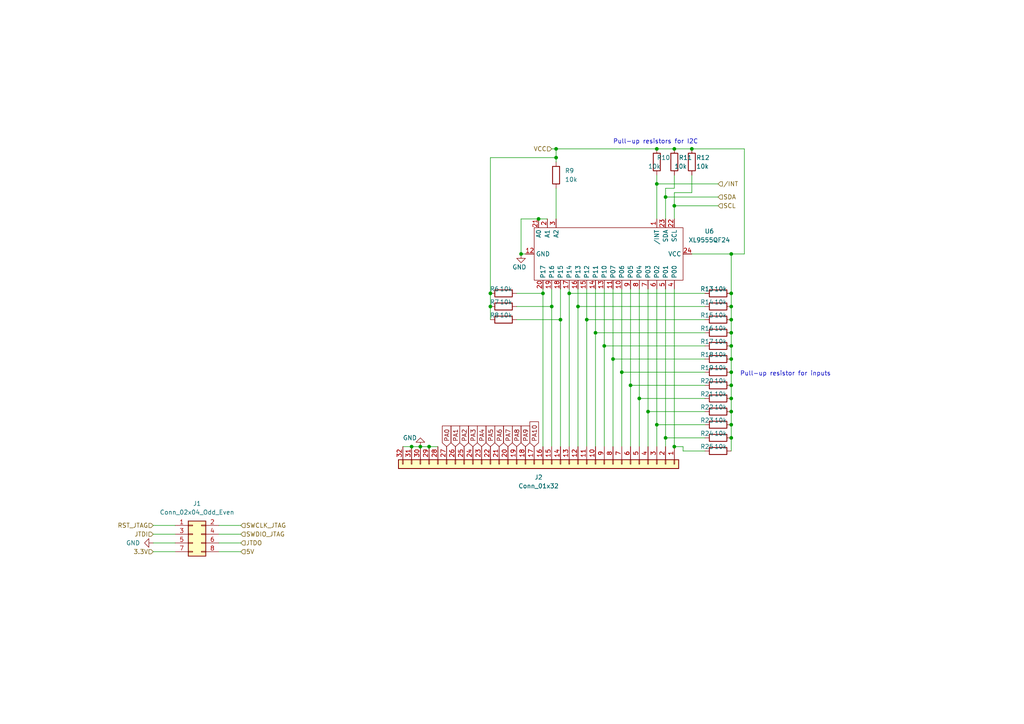
<source format=kicad_sch>
(kicad_sch (version 20211123) (generator eeschema)
  (paper "A4")
  (title_block (title "BluetoothKeyboard") (rev "1.0") (comment 1 "By Pierre-Louis Lagunegrand"))
  (lib_symbols
    (symbol "Connector_Generic:Conn_01x32" (pin_names (offset 1.016) hide)
      (property "Reference" "J" (at 0 40.64 0))
      (property "Value" "Conn_01x32" (at 0 -43.18 0))
      (symbol "Conn_01x32_1_1"
        (rectangle (start -1.27 -40.513) (end 0 -40.767) (stroke (width 0.1524)))
        (rectangle (start -1.27 -37.973) (end 0 -38.227) (stroke (width 0.1524)))
        (rectangle (start -1.27 -35.433) (end 0 -35.687) (stroke (width 0.1524)))
        (rectangle (start -1.27 -32.893) (end 0 -33.147) (stroke (width 0.1524)))
        (rectangle (start -1.27 -30.353) (end 0 -30.607) (stroke (width 0.1524)))
        (rectangle (start -1.27 -27.813) (end 0 -28.067) (stroke (width 0.1524)))
        (rectangle (start -1.27 -25.273) (end 0 -25.527) (stroke (width 0.1524)))
        (rectangle (start -1.27 -22.733) (end 0 -22.987) (stroke (width 0.1524)))
        (rectangle (start -1.27 -20.193) (end 0 -20.447) (stroke (width 0.1524)))
        (rectangle (start -1.27 -17.653) (end 0 -17.907) (stroke (width 0.1524)))
        (rectangle (start -1.27 -15.113) (end 0 -15.367) (stroke (width 0.1524)))
        (rectangle (start -1.27 -12.573) (end 0 -12.827) (stroke (width 0.1524)))
        (rectangle (start -1.27 -10.033) (end 0 -10.287) (stroke (width 0.1524)))
        (rectangle (start -1.27 -7.493) (end 0 -7.747) (stroke (width 0.1524)))
        (rectangle (start -1.27 -4.953) (end 0 -5.207) (stroke (width 0.1524)))
        (rectangle (start -1.27 -2.413) (end 0 -2.667) (stroke (width 0.1524)))
        (rectangle (start -1.27 0.127) (end 0 -0.127) (stroke (width 0.1524)))
        (rectangle (start -1.27 2.667) (end 0 2.413) (stroke (width 0.1524)))
        (rectangle (start -1.27 5.207) (end 0 4.953) (stroke (width 0.1524)))
        (rectangle (start -1.27 7.747) (end 0 7.493) (stroke (width 0.1524)))
        (rectangle (start -1.27 10.287) (end 0 10.033) (stroke (width 0.1524)))
        (rectangle (start -1.27 12.827) (end 0 12.573) (stroke (width 0.1524)))
        (rectangle (start -1.27 15.367) (end 0 15.113) (stroke (width 0.1524)))
        (rectangle (start -1.27 17.907) (end 0 17.653) (stroke (width 0.1524)))
        (rectangle (start -1.27 20.447) (end 0 20.193) (stroke (width 0.1524)))
        (rectangle (start -1.27 22.987) (end 0 22.733) (stroke (width 0.1524)))
        (rectangle (start -1.27 25.527) (end 0 25.273) (stroke (width 0.1524)))
        (rectangle (start -1.27 28.067) (end 0 27.813) (stroke (width 0.1524)))
        (rectangle (start -1.27 30.607) (end 0 30.353) (stroke (width 0.1524)))
        (rectangle (start -1.27 33.147) (end 0 32.893) (stroke (width 0.1524)))
        (rectangle (start -1.27 35.687) (end 0 35.433) (stroke (width 0.1524)))
        (rectangle (start -1.27 38.227) (end 0 37.973) (stroke (width 0.1524)))
        (rectangle (start -1.27 39.37) (end 1.27 -41.91) (stroke (width 0.254)) (fill (type background)))
        (pin passive line (at -5.08 38.1 0) (length 3.81) (name "Pin_1") (number "1"))
        (pin passive line (at -5.08 15.24 0) (length 3.81) (name "Pin_10") (number "10"))
        (pin passive line (at -5.08 12.7 0) (length 3.81) (name "Pin_11") (number "11"))
        (pin passive line (at -5.08 10.16 0) (length 3.81) (name "Pin_12") (number "12"))
        (pin passive line (at -5.08 7.62 0) (length 3.81) (name "Pin_13") (number "13"))
        (pin passive line (at -5.08 5.08 0) (length 3.81) (name "Pin_14") (number "14"))
        (pin passive line (at -5.08 2.54 0) (length 3.81) (name "Pin_15") (number "15"))
        (pin passive line (at -5.08 0 0) (length 3.81) (name "Pin_16") (number "16"))
        (pin passive line (at -5.08 -2.54 0) (length 3.81) (name "Pin_17") (number "17"))
        (pin passive line (at -5.08 -5.08 0) (length 3.81) (name "Pin_18") (number "18"))
        (pin passive line (at -5.08 -7.62 0) (length 3.81) (name "Pin_19") (number "19"))
        (pin passive line (at -5.08 35.56 0) (length 3.81) (name "Pin_2") (number "2"))
        (pin passive line (at -5.08 -10.16 0) (length 3.81) (name "Pin_20") (number "20"))
        (pin passive line (at -5.08 -12.7 0) (length 3.81) (name "Pin_21") (number "21"))
        (pin passive line (at -5.08 -15.24 0) (length 3.81) (name "Pin_22") (number "22"))
        (pin passive line (at -5.08 -17.78 0) (length 3.81) (name "Pin_23") (number "23"))
        (pin passive line (at -5.08 -20.32 0) (length 3.81) (name "Pin_24") (number "24"))
        (pin passive line (at -5.08 -22.86 0) (length 3.81) (name "Pin_25") (number "25"))
        (pin passive line (at -5.08 -25.4 0) (length 3.81) (name "Pin_26") (number "26"))
        (pin passive line (at -5.08 -27.94 0) (length 3.81) (name "Pin_27") (number "27"))
        (pin passive line (at -5.08 -30.48 0) (length 3.81) (name "Pin_28") (number "28"))
        (pin passive line (at -5.08 -33.02 0) (length 3.81) (name "Pin_29") (number "29"))
        (pin passive line (at -5.08 33.02 0) (length 3.81) (name "Pin_3") (number "3"))
        (pin passive line (at -5.08 -35.56 0) (length 3.81) (name "Pin_30") (number "30"))
        (pin passive line (at -5.08 -38.1 0) (length 3.81) (name "Pin_31") (number "31"))
        (pin passive line (at -5.08 -40.64 0) (length 3.81) (name "Pin_32") (number "32"))
        (pin passive line (at -5.08 30.48 0) (length 3.81) (name "Pin_4") (number "4"))
        (pin passive line (at -5.08 27.94 0) (length 3.81) (name "Pin_5") (number "5"))
        (pin passive line (at -5.08 25.4 0) (length 3.81) (name "Pin_6") (number "6"))
        (pin passive line (at -5.08 22.86 0) (length 3.81) (name "Pin_7") (number "7"))
        (pin passive line (at -5.08 20.32 0) (length 3.81) (name "Pin_8") (number "8"))
        (pin passive line (at -5.08 17.78 0) (length 3.81) (name "Pin_9") (number "9"))
      )
    )
    (symbol "Connector_Generic:Conn_02x04_Odd_Even" (pin_names (offset 1.016) hide)
      (property "Reference" "J" (at 1.27 5.08 0))
      (property "Value" "Conn_02x04_Odd_Even" (at 1.27 -7.62 0))
      (symbol "Conn_02x04_Odd_Even_1_1"
        (rectangle (start -1.27 -4.953) (end 0 -5.207) (stroke (width 0.1524)))
        (rectangle (start -1.27 -2.413) (end 0 -2.667) (stroke (width 0.1524)))
        (rectangle (start -1.27 0.127) (end 0 -0.127) (stroke (width 0.1524)))
        (rectangle (start -1.27 2.667) (end 0 2.413) (stroke (width 0.1524)))
        (rectangle (start -1.27 3.81) (end 3.81 -6.35) (stroke (width 0.254)) (fill (type background)))
        (rectangle (start 3.81 -4.953) (end 2.54 -5.207) (stroke (width 0.1524)))
        (rectangle (start 3.81 -2.413) (end 2.54 -2.667) (stroke (width 0.1524)))
        (rectangle (start 3.81 0.127) (end 2.54 -0.127) (stroke (width 0.1524)))
        (rectangle (start 3.81 2.667) (end 2.54 2.413) (stroke (width 0.1524)))
        (pin passive line (at -5.08 2.54 0) (length 3.81) (name "Pin_1") (number "1"))
        (pin passive line (at 7.62 2.54 180) (length 3.81) (name "Pin_2") (number "2"))
        (pin passive line (at -5.08 0 0) (length 3.81) (name "Pin_3") (number "3"))
        (pin passive line (at 7.62 0 180) (length 3.81) (name "Pin_4") (number "4"))
        (pin passive line (at -5.08 -2.54 0) (length 3.81) (name "Pin_5") (number "5"))
        (pin passive line (at 7.62 -2.54 180) (length 3.81) (name "Pin_6") (number "6"))
        (pin passive line (at -5.08 -5.08 0) (length 3.81) (name "Pin_7") (number "7"))
        (pin passive line (at 7.62 -5.08 180) (length 3.81) (name "Pin_8") (number "8"))
      )
    )
    (symbol "Device:R" (pin_numbers hide) (pin_names (offset 0))
      (property "Reference" "R" (at 2.032 0 90))
      (property "Value" "R" (at 0 0 90))
      (symbol "R_0_1"
        (rectangle (start -1.016 -2.54) (end 1.016 2.54) (stroke (width 0.254)))
      )
      (symbol "R_1_1"
        (pin passive line (at 0 3.81 270) (length 1.27) (name "~") (number "1"))
        (pin passive line (at 0 -3.81 90) (length 1.27) (name "~") (number "2"))
      )
    )
    (symbol "My_lib:XL9555QF24"
      (property "Reference" "U" (at 0 -15.24 0))
      (property "Value" "XL9555QF24" (at -2.54 -15.24 90))
      (symbol "XL9555QF24_0_1"
        (rectangle (start -7.62 6.35) (end 7.62 -36.83))
      )
      (symbol "XL9555QF24_1_1"
        (pin input line (at -10.16 -1.27 0) (length 2.54) (name "/INT") (number "1"))
        (pin bidirectional line (at 10.16 -11.43 180) (length 2.54) (name "P06") (number "10"))
        (pin bidirectional line (at 10.16 -13.97 180) (length 2.54) (name "P07") (number "11"))
        (pin input line (at 0 -39.37 90) (length 2.54) (name "GND") (number "12"))
        (pin bidirectional line (at 10.16 -16.51 180) (length 2.54) (name "P10") (number "13"))
        (pin bidirectional line (at 10.16 -19.05 180) (length 2.54) (name "P11") (number "14"))
        (pin bidirectional line (at 10.16 -21.59 180) (length 2.54) (name "P12") (number "15"))
        (pin bidirectional line (at 10.16 -24.13 180) (length 2.54) (name "P13") (number "16"))
        (pin bidirectional line (at 10.16 -26.67 180) (length 2.54) (name "P14") (number "17"))
        (pin bidirectional line (at 10.16 -29.21 180) (length 2.54) (name "P15") (number "18"))
        (pin bidirectional line (at 10.16 -31.75 180) (length 2.54) (name "P16") (number "19"))
        (pin input line (at -10.16 -33.02 0) (length 2.54) (name "A1") (number "2"))
        (pin bidirectional line (at 10.16 -34.29 180) (length 2.54) (name "P17") (number "20"))
        (pin input line (at -10.16 -35.56 0) (length 2.54) (name "A0") (number "21"))
        (pin input line (at -10.16 3.81 0) (length 2.54) (name "SCL") (number "22"))
        (pin input line (at -10.16 1.27 0) (length 2.54) (name "SDA") (number "23"))
        (pin input line (at 0 8.89 270) (length 2.54) (name "VCC") (number "24"))
        (pin input line (at -10.16 -30.48 0) (length 2.54) (name "A2") (number "3"))
        (pin bidirectional line (at 10.16 3.81 180) (length 2.54) (name "P00") (number "4"))
        (pin bidirectional line (at 10.16 1.27 180) (length 2.54) (name "P01") (number "5"))
        (pin bidirectional line (at 10.16 -1.27 180) (length 2.54) (name "P02") (number "6"))
        (pin bidirectional line (at 10.16 -3.81 180) (length 2.54) (name "P03") (number "7"))
        (pin bidirectional line (at 10.16 -6.35 180) (length 2.54) (name "P04") (number "8"))
        (pin bidirectional line (at 10.16 -8.89 180) (length 2.54) (name "P05") (number "9"))
      )
    )
    (symbol "power:GND" (power) (pin_names (offset 0))
      (property "Value" "GND" (at 0 -3.81 0))
      (symbol "GND_0_1"
        (polyline (pts (xy 0 0) (xy 0 -1.27) (xy 1.27 -1.27) (xy 0 -2.54) (xy -1.27 -1.27) (xy 0 -1.27)))
      )
      (symbol "GND_1_1"
        (pin power_in line (at 0 0 270) (length 0) hide (name "GND") (number "1"))
      )
    )
  )
  (junction (at 212.09 119.38))
  (junction (at 177.8 104.14))
  (junction (at 212.09 92.71))
  (junction (at 119.38 129.54))
  (junction (at 212.09 111.76))
  (junction (at 167.64 88.9))
  (junction (at 185.42 115.57))
  (junction (at 212.09 73.66))
  (junction (at 212.09 123.19))
  (junction (at 165.1 85.09))
  (junction (at 157.48 85.09))
  (junction (at 212.09 104.14))
  (junction (at 156.21 63.5))
  (junction (at 162.56 92.71))
  (junction (at 187.96 119.38))
  (junction (at 124.46 129.54))
  (junction (at 142.24 85.09))
  (junction (at 170.18 92.71))
  (junction (at 190.5 53.34))
  (junction (at 121.92 129.54))
  (junction (at 200.66 43.18))
  (junction (at 142.24 88.9))
  (junction (at 180.34 107.95))
  (junction (at 195.58 43.18))
  (junction (at 212.09 115.57))
  (junction (at 151.13 73.66))
  (junction (at 161.29 45.72))
  (junction (at 212.09 100.33))
  (junction (at 212.09 85.09))
  (junction (at 193.04 127))
  (junction (at 193.04 57.15))
  (junction (at 190.5 43.18))
  (junction (at 175.26 100.33))
  (junction (at 172.72 96.52))
  (junction (at 212.09 96.52))
  (junction (at 195.58 129.54))
  (junction (at 161.29 43.18))
  (junction (at 212.09 107.95))
  (junction (at 212.09 127))
  (junction (at 182.88 111.76))
  (junction (at 190.5 123.19))
  (junction (at 212.09 88.9))
  (junction (at 160.02 88.9))
  (junction (at 195.58 59.69))
  (wire (pts (xy 160.02 43.18) (xy 161.29 43.18)))
  (wire (pts (xy 198.12 129.54) (xy 195.58 129.54)))
  (wire (pts (xy 187.96 119.38) (xy 187.96 129.54)))
  (wire (pts (xy 161.29 43.18) (xy 190.5 43.18)))
  (wire (pts (xy 157.48 83.82) (xy 157.48 85.09)))
  (wire (pts (xy 212.09 100.33) (xy 212.09 104.14)))
  (wire (pts (xy 212.09 119.38) (xy 212.09 123.19)))
  (wire (pts (xy 212.09 127) (xy 212.09 130.81)))
  (wire (pts (xy 185.42 83.82) (xy 185.42 115.57)))
  (wire (pts (xy 212.09 123.19) (xy 212.09 127)))
  (wire (pts (xy 195.58 83.82) (xy 195.58 129.54)))
  (wire (pts (xy 172.72 83.82) (xy 172.72 96.52)))
  (wire (pts (xy 167.64 88.9) (xy 204.47 88.9)))
  (wire (pts (xy 142.24 92.71) (xy 142.24 88.9)))
  (wire (pts (xy 157.48 85.09) (xy 157.48 129.54)))
  (wire (pts (xy 172.72 96.52) (xy 172.72 129.54)))
  (wire (pts (xy 185.42 115.57) (xy 185.42 129.54)))
  (wire (pts (xy 193.04 57.15) (xy 208.28 57.15)))
  (wire (pts (xy 195.58 59.69) (xy 195.58 55.88)))
  (wire (pts (xy 195.58 43.18) (xy 200.66 43.18)))
  (wire (pts (xy 63.5 157.48) (xy 69.85 157.48)))
  (wire (pts (xy 212.09 96.52) (xy 212.09 100.33)))
  (wire (pts (xy 175.26 100.33) (xy 175.26 129.54)))
  (wire (pts (xy 149.86 88.9) (xy 160.02 88.9)))
  (wire (pts (xy 151.13 73.66) (xy 152.4 73.66)))
  (wire (pts (xy 161.29 54.61) (xy 161.29 63.5)))
  (wire (pts (xy 182.88 83.82) (xy 182.88 111.76)))
  (wire (pts (xy 190.5 123.19) (xy 190.5 129.54)))
  (wire (pts (xy 124.46 129.54) (xy 127 129.54)))
  (wire (pts (xy 119.38 129.54) (xy 121.92 129.54)))
  (wire (pts (xy 200.66 55.88) (xy 200.66 50.8)))
  (wire (pts (xy 116.84 129.54) (xy 119.38 129.54)))
  (wire (pts (xy 190.5 53.34) (xy 208.28 53.34)))
  (wire (pts (xy 182.88 111.76) (xy 182.88 129.54)))
  (wire (pts (xy 161.29 45.72) (xy 161.29 43.18)))
  (wire (pts (xy 212.09 85.09) (xy 212.09 88.9)))
  (wire (pts (xy 170.18 92.71) (xy 170.18 129.54)))
  (wire (pts (xy 63.5 160.02) (xy 69.85 160.02)))
  (wire (pts (xy 121.92 129.54) (xy 124.46 129.54)))
  (wire (pts (xy 170.18 83.82) (xy 170.18 92.71)))
  (wire (pts (xy 212.09 107.95) (xy 212.09 111.76)))
  (wire (pts (xy 142.24 45.72) (xy 161.29 45.72)))
  (wire (pts (xy 212.09 73.66) (xy 212.09 85.09)))
  (wire (pts (xy 212.09 92.71) (xy 212.09 96.52)))
  (wire (pts (xy 170.18 92.71) (xy 204.47 92.71)))
  (wire (pts (xy 195.58 50.8) (xy 195.58 54.61)))
  (wire (pts (xy 63.5 152.4) (xy 69.85 152.4)))
  (wire (pts (xy 161.29 46.99) (xy 161.29 45.72)))
  (wire (pts (xy 162.56 92.71) (xy 162.56 129.54)))
  (wire (pts (xy 204.47 130.81) (xy 198.12 130.81)))
  (wire (pts (xy 149.86 85.09) (xy 157.48 85.09)))
  (wire (pts (xy 195.58 55.88) (xy 200.66 55.88)))
  (wire (pts (xy 167.64 88.9) (xy 167.64 129.54)))
  (wire (pts (xy 162.56 83.82) (xy 162.56 92.71)))
  (wire (pts (xy 215.9 43.18) (xy 215.9 73.66)))
  (wire (pts (xy 190.5 50.8) (xy 190.5 53.34)))
  (wire (pts (xy 195.58 63.5) (xy 195.58 59.69)))
  (wire (pts (xy 180.34 83.82) (xy 180.34 107.95)))
  (wire (pts (xy 190.5 83.82) (xy 190.5 123.19)))
  (wire (pts (xy 193.04 127) (xy 204.47 127)))
  (wire (pts (xy 167.64 83.82) (xy 167.64 88.9)))
  (wire (pts (xy 193.04 83.82) (xy 193.04 127)))
  (wire (pts (xy 185.42 115.57) (xy 204.47 115.57)))
  (wire (pts (xy 187.96 83.82) (xy 187.96 119.38)))
  (wire (pts (xy 215.9 73.66) (xy 212.09 73.66)))
  (wire (pts (xy 193.04 127) (xy 193.04 129.54)))
  (wire (pts (xy 172.72 96.52) (xy 204.47 96.52)))
  (wire (pts (xy 200.66 43.18) (xy 215.9 43.18)))
  (wire (pts (xy 212.09 115.57) (xy 212.09 119.38)))
  (wire (pts (xy 177.8 83.82) (xy 177.8 104.14)))
  (wire (pts (xy 212.09 88.9) (xy 212.09 92.71)))
  (wire (pts (xy 195.58 54.61) (xy 193.04 54.61)))
  (wire (pts (xy 177.8 104.14) (xy 204.47 104.14)))
  (wire (pts (xy 158.75 63.5) (xy 156.21 63.5)))
  (wire (pts (xy 156.21 63.5) (xy 151.13 63.5)))
  (wire (pts (xy 142.24 85.09) (xy 142.24 45.72)))
  (wire (pts (xy 193.04 54.61) (xy 193.04 57.15)))
  (wire (pts (xy 151.13 63.5) (xy 151.13 73.66)))
  (wire (pts (xy 190.5 53.34) (xy 190.5 63.5)))
  (wire (pts (xy 193.04 57.15) (xy 193.04 63.5)))
  (wire (pts (xy 180.34 107.95) (xy 204.47 107.95)))
  (wire (pts (xy 175.26 100.33) (xy 204.47 100.33)))
  (wire (pts (xy 44.45 157.48) (xy 50.8 157.48)))
  (wire (pts (xy 149.86 92.71) (xy 162.56 92.71)))
  (wire (pts (xy 204.47 111.76) (xy 182.88 111.76)))
  (wire (pts (xy 190.5 123.19) (xy 204.47 123.19)))
  (wire (pts (xy 44.45 154.94) (xy 50.8 154.94)))
  (wire (pts (xy 44.45 152.4) (xy 50.8 152.4)))
  (wire (pts (xy 142.24 88.9) (xy 142.24 85.09)))
  (wire (pts (xy 212.09 104.14) (xy 212.09 107.95)))
  (wire (pts (xy 212.09 73.66) (xy 200.66 73.66)))
  (wire (pts (xy 165.1 85.09) (xy 204.47 85.09)))
  (wire (pts (xy 160.02 88.9) (xy 160.02 129.54)))
  (wire (pts (xy 195.58 59.69) (xy 208.28 59.69)))
  (wire (pts (xy 165.1 83.82) (xy 165.1 85.09)))
  (wire (pts (xy 187.96 119.38) (xy 204.47 119.38)))
  (wire (pts (xy 160.02 83.82) (xy 160.02 88.9)))
  (wire (pts (xy 180.34 107.95) (xy 180.34 129.54)))
  (wire (pts (xy 165.1 85.09) (xy 165.1 129.54)))
  (wire (pts (xy 212.09 111.76) (xy 212.09 115.57)))
  (wire (pts (xy 198.12 130.81) (xy 198.12 129.54)))
  (wire (pts (xy 177.8 104.14) (xy 177.8 129.54)))
  (wire (pts (xy 63.5 154.94) (xy 69.85 154.94)))
  (wire (pts (xy 44.45 160.02) (xy 50.8 160.02)))
  (wire (pts (xy 175.26 83.82) (xy 175.26 100.33)))
  (wire (pts (xy 190.5 43.18) (xy 195.58 43.18)))
  (text "Pull-up resistors for I2C" (at 177.8 41.91 0) (effects (font (size 1.27 1.27)) (justify left bottom)))
  (text "Pull-up resistor for inputs" (at 214.63 109.22 0) (effects (font (size 1.27 1.27)) (justify left bottom)))
  (global_label "PA6" (shape input) (at 144.78 129.54 90) (property "Intersheet References" "${INTERSHEET_REFS}" (effects hide)))
  (global_label "PA5" (shape input) (at 142.24 129.54 90) (property "Intersheet References" "${INTERSHEET_REFS}" (effects hide)))
  (global_label "PA0" (shape input) (at 129.54 129.54 90) (property "Intersheet References" "${INTERSHEET_REFS}" (effects hide)))
  (global_label "PA2" (shape input) (at 134.62 129.54 90) (property "Intersheet References" "${INTERSHEET_REFS}" (effects hide)))
  (global_label "PA7" (shape input) (at 147.32 129.54 90) (property "Intersheet References" "${INTERSHEET_REFS}" (effects hide)))
  (global_label "PA9" (shape input) (at 152.4 129.54 90) (property "Intersheet References" "${INTERSHEET_REFS}" (effects hide)))
  (global_label "PA4" (shape input) (at 139.7 129.54 90) (property "Intersheet References" "${INTERSHEET_REFS}" (effects hide)))
  (global_label "PA8" (shape input) (at 149.86 129.54 90) (property "Intersheet References" "${INTERSHEET_REFS}" (effects hide)))
  (global_label "PA1" (shape input) (at 132.08 129.54 90) (property "Intersheet References" "${INTERSHEET_REFS}" (effects hide)))
  (global_label "PA3" (shape input) (at 137.16 129.54 90) (property "Intersheet References" "${INTERSHEET_REFS}" (effects hide)))
  (global_label "PA10" (shape input) (at 154.94 129.54 90) (property "Intersheet References" "${INTERSHEET_REFS}" (effects hide)))
  (hierarchical_label "3.3V" (shape input) (at 44.45 160.02 180))
  (hierarchical_label "RST_JTAG" (shape input) (at 44.45 152.4 180))
  (hierarchical_label "JTDI" (shape input) (at 44.45 154.94 180))
  (hierarchical_label "SWCLK_JTAG" (shape input) (at 69.85 152.4 0))
  (hierarchical_label "5V" (shape input) (at 69.85 160.02 0))
  (hierarchical_label "SDA" (shape input) (at 208.28 57.15 0))
  (hierarchical_label "SCL" (shape input) (at 208.28 59.69 0))
  (hierarchical_label "{slash}INT" (shape input) (at 208.28 53.34 0))
  (hierarchical_label "JTDO" (shape input) (at 69.85 157.48 0))
  (hierarchical_label "SWDIO_JTAG" (shape input) (at 69.85 154.94 0))
  (hierarchical_label "VCC" (shape input) (at 160.02 43.18 180))
  (symbol (lib_id "Device:R") (at 195.58 46.99 0) (unit 1)
    (property "Reference" "R11" (at 196.85 45.72 0) (effects (justify left)))
    (property "Value" "10k" (at 195.58 48.26 0) (effects (justify left)))
    (property "Footprint" "Resistor_SMD:R_0402_1005Metric" (effects hide))
  )
  (symbol (lib_id "Device:R") (at 208.28 100.33 90) (unit 1)
    (property "Reference" "R17" (at 207.01 99.06 90) (effects (justify left)))
    (property "Value" "10k" (at 210.82 99.06 90) (effects (justify left)))
    (property "Footprint" "Resistor_SMD:R_0402_1005Metric" (effects hide))
  )
  (symbol (lib_id "Connector_Generic:Conn_01x32") (at 157.48 134.62 270) (unit 1)
    (property "Reference" "J2" (at 156.21 138.43 90))
    (property "Value" "Conn_01x32" (at 156.21 140.97 90))
    (property "Footprint" "SamacSys_Parts:conn_keyboard" (effects hide))
  )
  (symbol (lib_id "Device:R") (at 190.5 46.99 0) (unit 1)
    (property "Reference" "R10" (at 190.5 45.72 0) (effects (justify left)))
    (property "Value" "10k" (at 187.96 48.26 0) (effects (justify left)))
    (property "Footprint" "Resistor_SMD:R_0402_1005Metric" (effects hide))
  )
  (symbol (lib_id "Device:R") (at 208.28 96.52 90) (unit 1)
    (property "Reference" "R16" (at 207.01 95.25 90) (effects (justify left)))
    (property "Value" "10k" (at 210.82 95.25 90) (effects (justify left)))
    (property "Footprint" "Resistor_SMD:R_0402_1005Metric" (effects hide))
  )
  (symbol (lib_id "power:GND") (at 151.13 73.66 0) (unit 1)
    (property "Reference" "#PWR034" (effects hide))
    (property "Value" "GND" (at 148.59 77.47 0) (effects (justify left)))
  )
  (symbol (lib_id "Device:R") (at 161.29 50.8 0) (unit 1)
    (property "Reference" "R9" (at 163.83 49.5299 0) (effects (justify left)))
    (property "Value" "10k" (at 163.83 52.0699 0) (effects (justify left)))
    (property "Footprint" "Resistor_SMD:R_0402_1005Metric" (effects hide))
  )
  (symbol (lib_id "Device:R") (at 208.28 92.71 90) (unit 1)
    (property "Reference" "R15" (at 207.01 91.44 90) (effects (justify left)))
    (property "Value" "10k" (at 210.82 91.44 90) (effects (justify left)))
    (property "Footprint" "Resistor_SMD:R_0402_1005Metric" (effects hide))
  )
  (symbol (lib_id "Device:R") (at 208.28 85.09 90) (unit 1)
    (property "Reference" "R13" (at 207.01 83.82 90) (effects (justify left)))
    (property "Value" "10k" (at 210.82 83.82 90) (effects (justify left)))
    (property "Footprint" "Resistor_SMD:R_0402_1005Metric" (effects hide))
  )
  (symbol (lib_id "Device:R") (at 208.28 119.38 90) (unit 1)
    (property "Reference" "R22" (at 207.01 118.11 90) (effects (justify left)))
    (property "Value" "10k" (at 210.82 118.11 90) (effects (justify left)))
    (property "Footprint" "Resistor_SMD:R_0402_1005Metric" (effects hide))
  )
  (symbol (lib_id "power:GND") (at 121.92 129.54 180) (unit 1)
    (property "Reference" "#PWR0105" (effects hide))
    (property "Value" "GND" (at 116.84 127 0) (effects (justify right)))
  )
  (symbol (lib_id "Device:R") (at 208.28 130.81 90) (unit 1)
    (property "Reference" "R25" (at 207.01 129.54 90) (effects (justify left)))
    (property "Value" "10k" (at 210.82 129.54 90) (effects (justify left)))
    (property "Footprint" "Resistor_SMD:R_0402_1005Metric" (effects hide))
  )
  (symbol (lib_id "Device:R") (at 208.28 88.9 90) (unit 1)
    (property "Reference" "R14" (at 207.01 87.63 90) (effects (justify left)))
    (property "Value" "10k" (at 210.82 87.63 90) (effects (justify left)))
    (property "Footprint" "Resistor_SMD:R_0402_1005Metric" (effects hide))
  )
  (symbol (lib_id "Device:R") (at 208.28 107.95 90) (unit 1)
    (property "Reference" "R19" (at 207.01 106.68 90) (effects (justify left)))
    (property "Value" "10k" (at 210.82 106.68 90) (effects (justify left)))
    (property "Footprint" "Resistor_SMD:R_0402_1005Metric" (effects hide))
  )
  (symbol (lib_id "power:GND") (at 44.45 157.48 270) (unit 1)
    (property "Reference" "#PWR033" (effects hide))
    (property "Value" "GND" (at 40.64 157.4799 90) (effects (justify right)))
  )
  (symbol (lib_id "Device:R") (at 208.28 115.57 90) (unit 1)
    (property "Reference" "R21" (at 207.01 114.3 90) (effects (justify left)))
    (property "Value" "10k" (at 210.82 114.3 90) (effects (justify left)))
    (property "Footprint" "Resistor_SMD:R_0402_1005Metric" (effects hide))
  )
  (symbol (lib_id "Device:R") (at 208.28 111.76 90) (unit 1)
    (property "Reference" "R20" (at 207.01 110.49 90) (effects (justify left)))
    (property "Value" "10k" (at 210.82 110.49 90) (effects (justify left)))
    (property "Footprint" "Resistor_SMD:R_0402_1005Metric" (effects hide))
  )
  (symbol (lib_id "Device:R") (at 208.28 104.14 90) (unit 1)
    (property "Reference" "R18" (at 207.01 102.87 90) (effects (justify left)))
    (property "Value" "10k" (at 210.82 102.87 90) (effects (justify left)))
    (property "Footprint" "Resistor_SMD:R_0402_1005Metric" (effects hide))
  )
  (symbol (lib_id "My_lib:XL9555QF24") (at 191.77 73.66 270) (unit 1)
    (property "Reference" "U6" (at 205.74 67.0812 90))
    (property "Value" "XL9555QF24" (at 205.74 69.6212 90))
    (property "Footprint" "Package_DFN_QFN:QFN-24-1EP_4x4mm_P0.5mm_EP2.7x2.7mm" (effects hide))
  )
  (symbol (lib_id "Device:R") (at 146.05 85.09 90) (unit 1)
    (property "Reference" "R6" (at 144.78 83.82 90) (effects (justify left)))
    (property "Value" "10k" (at 148.59 83.82 90) (effects (justify left)))
    (property "Footprint" "Resistor_SMD:R_0402_1005Metric" (effects hide))
  )
  (symbol (lib_id "Device:R") (at 208.28 127 90) (unit 1)
    (property "Reference" "R24" (at 207.01 125.73 90) (effects (justify left)))
    (property "Value" "10k" (at 210.82 125.73 90) (effects (justify left)))
    (property "Footprint" "Resistor_SMD:R_0402_1005Metric" (effects hide))
  )
  (symbol (lib_id "Device:R") (at 146.05 88.9 90) (unit 1)
    (property "Reference" "R7" (at 144.78 87.63 90) (effects (justify left)))
    (property "Value" "10k" (at 148.59 87.63 90) (effects (justify left)))
    (property "Footprint" "Resistor_SMD:R_0402_1005Metric" (effects hide))
  )
  (symbol (lib_id "Connector_Generic:Conn_02x04_Odd_Even") (at 55.88 154.94 0) (unit 1)
    (property "Reference" "J1" (at 57.15 146.05 0))
    (property "Value" "Conn_02x04_Odd_Even" (at 57.15 148.59 0))
    (property "Footprint" "SamacSys_Parts:debug_conn" (effects hide))
  )
  (symbol (lib_id "Device:R") (at 200.66 46.99 0) (unit 1)
    (property "Reference" "R12" (at 201.93 45.72 0) (effects (justify left)))
    (property "Value" "10k" (at 201.93 48.26 0) (effects (justify left)))
    (property "Footprint" "Resistor_SMD:R_0402_1005Metric" (effects hide))
  )
  (symbol (lib_id "Device:R") (at 146.05 92.71 90) (unit 1)
    (property "Reference" "R8" (at 144.78 91.44 90) (effects (justify left)))
    (property "Value" "10k" (at 148.59 91.44 90) (effects (justify left)))
    (property "Footprint" "Resistor_SMD:R_0402_1005Metric" (effects hide))
  )
  (symbol (lib_id "Device:R") (at 208.28 123.19 90) (unit 1)
    (property "Reference" "R23" (at 207.01 121.92 90) (effects (justify left)))
    (property "Value" "10k" (at 210.82 121.92 90) (effects (justify left)))
    (property "Footprint" "Resistor_SMD:R_0402_1005Metric" (effects hide))
  )
)
</source>
